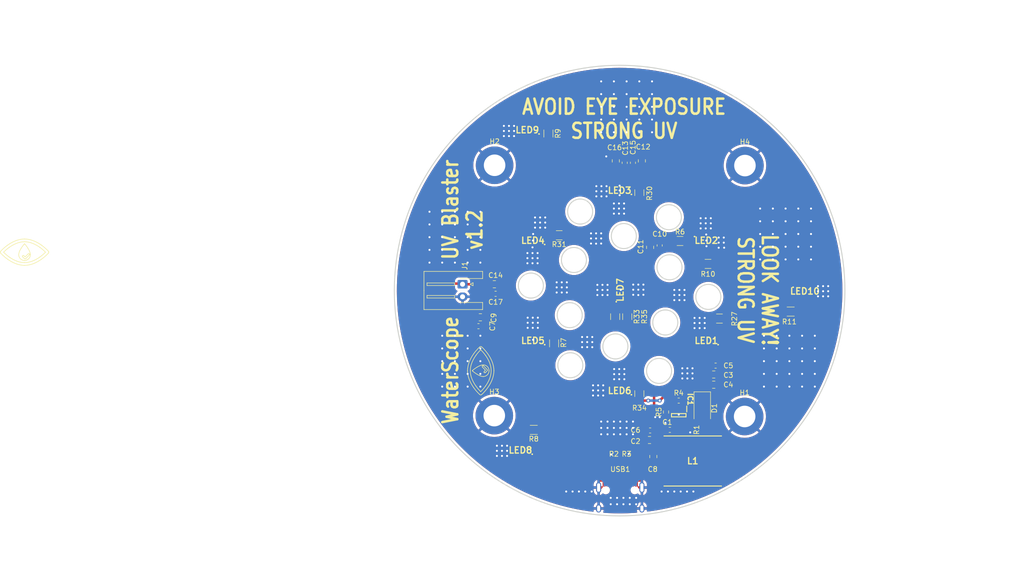
<source format=kicad_pcb>
(kicad_pcb (version 20211014) (generator pcbnew)
  (layers (0 "F.Cu" signal) (31 "B.Cu" signal) (34 "B.Paste" user) (35 "F.Paste" user) (36 "B.SilkS" user "B.Silkscreen") (37 "F.SilkS" user "F.Silkscreen") (38 "B.Mask" user) (39 "F.Mask" user) (44 "Edge.Cuts" user))
  (net 0 "")
  (net 1 "Net-(IC1-Pad6)")
  (net 2 "Net-(IC1-Pad3)")
  (net 3 "Net-(LED3-Pad3)")
  (net 4 "Net-(LED4-Pad3)")
  (net 11 "GND")
  (net 12 "5V")
  (net 13 "Net-(D1-Pad2)")
  (net 14 "Net-(R2-Pad2)")
  (net 15 "Net-(R3-Pad1)")
  (net 19 "Net-(LED7-Pad3)")
  (net 21 "Net-(LED8-Pad3)")
  (net 23 "Net-(LED9-Pad3)")
  (net 25 "Net-(LED10-Pad3)")
  (net 28 "Net-(LED7-Pad1)")
  (net 29 "8V")
  (net 30 "Net-(LED1-Pad3)")
  (net 31 "Net-(LED2-Pad1)")
  (net 32 "Net-(LED2-Pad3)")
  (net 33 "Net-(LED5-Pad3)")
  (net 34 "Net-(LED6-Pad3)")
  (footprint "SamacSys_Parts:SOT95P280X145-6N" (layer "F.Cu") (at 169.291 128.27 -90)
    (fp_text reference "IC1")
    (fp_text value "FP6291" hide)
  )
  (footprint "SamacSys_Parts:F3500041" (layer "F.Cu") (at 174.800552 93.378076)
    (fp_text reference "LED2")
    (fp_text value "F.35.00041" hide)
  )
  (footprint "Capacitor_SMD:C_0603_1608Metric" (layer "F.Cu") (at 167.513 131.191 180)
    (fp_text reference "C1")
    (fp_text value "0.1uF")
  )
  (footprint "Capacitor_SMD:C_0805_2012Metric_Pad1.15x1.40mm_HandSolder" (layer "F.Cu") (at 163.449 133.223 180)
    (fp_text reference "C2")
    (fp_text value "20uF")
  )
  (footprint "Type-C:HRO-TYPE-C-31-M-12-HandSoldering" (layer "F.Cu") (at 157.607 149.492)
    (fp_text reference "USB1")
    (fp_text value "HRO-TYPE-C-31-M-12")
  )
  (footprint "Resistor_SMD:R_0402_1005Metric" (layer "F.Cu") (at 171.577 129.921 -90)
    (fp_text reference "R1")
    (fp_text value "10K")
  )
  (footprint "SamacSys_Parts:INDPM115100X400N" (layer "F.Cu") (at 172.085 137.414)
    (fp_text reference "L1")
    (fp_text value "SMMS1040-3R3M" hide)
  )
  (footprint "Capacitor_SMD:C_0805_2012Metric_Pad1.15x1.40mm_HandSolder" (layer "F.Cu") (at 176.276 120.142)
    (fp_text reference "C3")
    (fp_text value "20uF")
  )
  (footprint "Resistor_SMD:R_0402_1005Metric" (layer "F.Cu") (at 158.877 137.046)
    (fp_text reference "R3")
    (fp_text value "5.1k")
  )
  (footprint "Capacitor_SMD:C_0603_1608Metric" (layer "F.Cu") (at 176.657 118.364)
    (fp_text reference "C5")
    (fp_text value "0.1uF")
  )
  (footprint "Capacitor_SMD:C_0805_2012Metric_Pad1.15x1.40mm_HandSolder" (layer "F.Cu") (at 176.276 122.174)
    (fp_text reference "C4")
    (fp_text value "20uF")
  )
  (footprint "Resistor_SMD:R_0603_1608Metric_Pad0.98x0.95mm_HandSolder" (layer "F.Cu") (at 166.751 127.635 90)
    (fp_text reference "R5")
    (fp_text value "10K")
  )
  (footprint "Resistor_SMD:R_0402_1005Metric" (layer "F.Cu") (at 156.337 137.046)
    (fp_text reference "R2")
    (fp_text value "5.1K")
  )
  (footprint "Diode_SMD:D_SMA" (layer "F.Cu") (at 173.99 127 -90)
    (fp_text reference "D1")
    (fp_text value "D_Schottky")
  )
  (footprint "Resistor_SMD:R_1206_3216Metric" (layer "F.Cu") (at 169.545 93.472)
    (fp_text reference "R6")
    (fp_text value "37.4")
  )
  (footprint "Resistor_SMD:R_1206_3216Metric" (layer "F.Cu") (at 175.133 98.044 180)
    (fp_text reference "R10")
    (fp_text value "100")
  )
  (footprint "Resistor_SMD:R_0603_1608Metric" (layer "F.Cu") (at 169.291 125.349)
    (fp_text reference "R4")
    (fp_text value "180k")
  )
  (footprint "Capacitor_SMD:C_0603_1608Metric" (layer "F.Cu") (at 129.286 110.49)
    (fp_text reference "C7")
    (fp_text value "0.1uF")
  )
  (footprint "Capacitor_SMD:C_0805_2012Metric_Pad1.15x1.40mm_HandSolder" (layer "F.Cu") (at 164.211 136.525 90)
    (fp_text reference "C8")
    (fp_text value "20uF")
  )
  (footprint "Capacitor_SMD:C_0805_2012Metric_Pad1.15x1.40mm_HandSolder" (layer "F.Cu") (at 129.667 108.712)
    (fp_text reference "C9")
    (fp_text value "20uF")
  )
  (footprint "Capacitor_SMD:C_0603_1608Metric" (layer "F.Cu") (at 165.481 94.361 -90)
    (fp_text reference "C10")
    (fp_text value "0.1uF")
  )
  (footprint "Capacitor_SMD:C_0805_2012Metric_Pad1.15x1.40mm_HandSolder" (layer "F.Cu") (at 163.576 94.742 -90)
    (fp_text reference "C11")
    (fp_text value "20uF")
  )
  (footprint "Capacitor_SMD:C_0805_2012Metric_Pad1.15x1.40mm_HandSolder" (layer "F.Cu") (at 161.925 77.47 90)
    (fp_text reference "C12")
    (fp_text value "20uF")
  )
  (footprint "Capacitor_SMD:C_0603_1608Metric" (layer "F.Cu") (at 158.496 77.851 90)
    (fp_text reference "C13")
    (fp_text value "0.1uF")
  )
  (footprint "Capacitor_SMD:C_0805_2012Metric_Pad1.15x1.40mm_HandSolder" (layer "F.Cu") (at 132.461 102.108 180)
    (fp_text reference "C14")
    (fp_text value "20uF")
  )
  (footprint "Capacitor_SMD:C_0603_1608Metric" (layer "F.Cu") (at 160.147 77.851 90)
    (fp_text reference "C15")
    (fp_text value "0.1uF")
  )
  (footprint "Capacitor_SMD:C_0805_2012Metric_Pad1.15x1.40mm_HandSolder" (layer "F.Cu") (at 156.718 77.47 90)
    (fp_text reference "C16")
    (fp_text value "20uF")
  )
  (footprint "Capacitor_SMD:C_0603_1608Metric" (layer "F.Cu") (at 132.715 104.013 180)
    (fp_text reference "C17")
    (fp_text value "0.1uF")
  )
  (footprint "Capacitor_SMD:C_0603_1608Metric" (layer "F.Cu") (at 163.576 131.318 180)
    (fp_text reference "C6")
    (fp_text value "0.1uF")
  )
  (footprint "SamacSys_Parts:F3500041" (layer "F.Cu") (at 174.800465 113.378076 180)
    (fp_text reference "LED1")
    (fp_text value "F.35.00041" hide)
  )
  (footprint "Resistor_SMD:R_1206_3216Metric" (layer "F.Cu") (at 177.419 108.966 180)
    (fp_text reference "R27")
    (fp_text value "100")
  )
  (footprint "MountingHole:MountingHole_4.3mm_M4_DIN965_Pad" (layer "F.Cu") (at 182.449968 128.524)
    (fp_text reference "H1")
    (fp_text value "MountingHole")
  )
  (footprint "MountingHole:MountingHole_4.3mm_M4_DIN965_Pad" (layer "F.Cu") (at 132.510032 78.347968)
    (fp_text reference "H2")
    (fp_text value "MountingHole")
  )
  (footprint "MountingHole:MountingHole_4.3mm_M4_DIN965_Pad" (layer "F.Cu") (at 132.449968 128.347968)
    (fp_text reference "H3")
    (fp_text value "MountingHole")
  )
  (footprint "MountingHole:MountingHole_4.3mm_M4_DIN965_Pad" (layer "F.Cu") (at 182.510032 78.408032)
    (fp_text reference "H4")
    (fp_text value "MountingHole")
  )
  (footprint "SamacSys_Parts:F3500041" (layer "F.Cu") (at 140.159536 93.377924 180)
    (fp_text reference "LED4")
    (fp_text value "F.35.00041" hide)
  )
  (footprint "Resistor_SMD:R_1206_3216Metric" (layer "F.Cu") (at 145.415 92.329 180)
    (fp_text reference "R31")
    (fp_text value "100")
  )
  (footprint "Resistor_SMD:R_1206_3216Metric" (layer "F.Cu") (at 161.417 83.82 90)
    (fp_text reference "R30")
    (fp_text value "100")
  )
  (footprint "SamacSys_Parts:F3500041" (layer "F.Cu") (at 157.480088 83.378 180)
    (fp_text reference "LED3")
    (fp_text value "F.35.00041" hide)
  )
  (footprint "SamacSys_Parts:F3500041" (layer "F.Cu") (at 157.479913 123.378 180)
    (fp_text reference "LED6")
    (fp_text value "F.35.00041" hide)
  )
  (footprint "SamacSys_Parts:F3500041" (layer "F.Cu") (at 157.607 103.251 90)
    (fp_text reference "LED7")
    (fp_text value "F.35.00041" hide)
  )
  (footprint "Resistor_SMD:R_1206_3216Metric" (layer "F.Cu") (at 156.591 108.585 90)
    (fp_text reference "R33")
    (fp_text value "37.4")
  )
  (footprint "Resistor_SMD:R_1206_3216Metric" (layer "F.Cu") (at 161.417 123.952 90)
    (fp_text reference "R34")
    (fp_text value "100")
  )
  (footprint "Resistor_SMD:R_1206_3216Metric" (layer "F.Cu") (at 159.004 108.585 90)
    (fp_text reference "R35")
    (fp_text value "100")
  )
  (footprint "Resistor_SMD:R_1206_3216Metric" (layer "F.Cu") (at 144.399 113.919 90)
    (fp_text reference "R7")
    (fp_text value "100")
  )
  (footprint "SamacSys_Parts:F3500041" (layer "F.Cu") (at 137.668 135.255 180)
    (fp_text reference "LED8")
    (fp_text value "F.35.00041" hide)
  )
  (footprint "Resistor_SMD:R_1206_3216Metric" (layer "F.Cu") (at 191.643 107.569)
    (fp_text reference "R11")
    (fp_text value "100")
  )
  (footprint "Resistor_SMD:R_1206_3216Metric" (layer "F.Cu") (at 143.256 72.009 90)
    (fp_text reference "R9")
    (fp_text value "100")
  )
  (footprint "SamacSys_Parts:F3500041" (layer "F.Cu") (at 140.159448 113.377924 180)
    (fp_text reference "LED5")
    (fp_text value "F.35.00041" hide)
  )
  (footprint "Resistor_SMD:R_1206_3216Metric" (layer "F.Cu") (at 140.335 131.191 180)
    (fp_text reference "R8")
    (fp_text value "100")
  )
  (footprint "Connector_JST:JST_XH_S2B-XH-A-1_1x02_P2.50mm_Horizontal" (layer "F.Cu") (at 126.111 102.108 -90)
    (fp_text reference "J1")
    (fp_text value "Conn_01x02_Male")
  )
  (footprint "SamacSys_Parts:F3500041" (layer "F.Cu") (at 194.48 103.505)
    (fp_text reference "LED10")
    (fp_text value "F.35.00041" hide)
  )
  (footprint "SamacSys_Parts:F3500041" (layer "F.Cu") (at 139.034282 71.303645 180)
    (fp_text reference "LED9")
    (fp_text value "F.35.00041" hide)
  )
  (gr_curve (pts (xy 42.817859 95.707218) (xy 42.607463 95.921848) (xy 42.21027 96.299144) (xy 41.686077 96.672206)) (layer "F.SilkS") (width 0.125))
  (gr_curve (pts (xy 132.37337 119.38) (xy 132.37337 118.29161) (xy 131.947709 117.120141) (xy 131.142317 115.992486)) (layer "F.SilkS") (width 0.125))
  (gr_line (start 38.76349 96.626201) (end 39.348431 96.041154) (layer "F.SilkS") (width 0.125))
  (gr_curve (pts (xy 39.348431 96.041154) (xy 39.412989 95.976596) (xy 39.51787 95.976596) (xy 39.582428 96.041154)) (layer "F.SilkS") (width 0.125))
  (gr_curve (pts (xy 38.627356 94.044396) (xy 38.59857 94.044396) (xy 38.571477 94.057308) (xy 38.553379 94.079533)) (layer "F.SilkS") (width 0.125))
  (gr_curve (pts (xy 33.854623 95.886394) (xy 33.876319 95.911476) (xy 34.396701 96.507953) (xy 35.239664 97.109933)) (layer "F.SilkS") (width 0.125))
  (gr_curve (pts (xy 131.142317 115.992486) (xy 130.540337 115.149418) (xy 129.94386 114.629036) (xy 129.918778 114.607341)) (layer "F.SilkS") (width 0.125))
  (gr_curve (pts (xy 35.239664 97.109933) (xy 36.367423 97.915325) (xy 37.538892 98.340986) (xy 38.627388 98.340986)) (layer "F.SilkS") (width 0.125))
  (gr_curve (pts (xy 128.774614 122.438689) (xy 128.263015 121.719869) (xy 127.653204 120.605655) (xy 127.653204 119.38)) (layer "F.SilkS") (width 0.125))
  (gr_curve (pts (xy 130.236945 120.545362) (xy 130.879565 120.545362) (xy 131.402381 120.022651) (xy 131.402381 119.380032)) (layer "F.SilkS") (width 0.125))
  (gr_line (start 130.442473 119.519065) (end 130.658585 119.303059) (layer "F.SilkS") (width 0.125))
  (gr_curve (pts (xy 129.739602 115.189529) (xy 129.954232 115.399925) (xy 130.331528 115.797118) (xy 130.70459 116.321311)) (layer "F.SilkS") (width 0.125))
  (gr_curve (pts (xy 130.67647 119.753062) (xy 130.611912 119.817726) (xy 130.507137 119.817726) (xy 130.442473 119.753062)) (layer "F.SilkS") (width 0.125))
  (gr_line (start 131.039161 119.390477) (end 130.67647 119.753062) (layer "F.SilkS") (width 0.125))
  (gr_line (start 130.658585 119.243898) (end 130.073538 118.658957) (layer "F.SilkS") (width 0.125))
  (gr_curve (pts (xy 41.686077 96.672206) (xy 40.967257 97.183805) (xy 39.852938 97.793616) (xy 38.627388 97.793616)) (layer "F.SilkS") (width 0.125))
  (gr_curve (pts (xy 39.6309 96.1581) (xy 39.6309 96.202021) (xy 39.613437 96.244142) (xy 39.582428 96.275151)) (layer "F.SilkS") (width 0.125))
  (gr_curve (pts (xy 128.774614 116.321311) (xy 129.147676 115.797012) (xy 129.525078 115.39982) (xy 129.739602 115.189529)) (layer "F.SilkS") (width 0.125))
  (gr_curve (pts (xy 130.190484 118.376488) (xy 130.234405 118.376488) (xy 130.276526 118.393951) (xy 130.307535 118.42496)) (layer "F.SilkS") (width 0.125))
  (gr_curve (pts (xy 129.560426 114.607341) (xy 129.535238 114.629036) (xy 128.938761 115.149418) (xy 128.336781 115.992487)) (layer "F.SilkS") (width 0.125))
  (gr_curve (pts (xy 128.07678 119.380032) (xy 128.07678 119.408818) (xy 128.089692 119.435911) (xy 128.111917 119.454009)) (layer "F.SilkS") (width 0.125))
  (gr_curve (pts (xy 130.073538 118.42496) (xy 130.104547 118.393951) (xy 130.146669 118.376488) (xy 130.190484 118.376488)) (layer "F.SilkS") (width 0.125))
  (gr_curve (pts (xy 128.111917 119.306054) (xy 128.089692 119.324152) (xy 128.07678 119.351351) (xy 128.07678 119.380032)) (layer "F.SilkS") (width 0.125))
  (gr_curve (pts (xy 42.014901 94.304397) (xy 40.887247 93.499111) (xy 39.715778 93.073344) (xy 38.627388 93.073344)) (layer "F.SilkS") (width 0.125))
  (gr_curve (pts (xy 41.686077 94.74223) (xy 42.210376 95.115292) (xy 42.607568 95.492694) (xy 42.817859 95.707218)) (layer "F.SilkS") (width 0.125))
  (gr_curve (pts (xy 127.105728 119.38) (xy 127.105728 120.468495) (xy 127.531495 121.639859) (xy 128.336781 122.767724)) (layer "F.SilkS") (width 0.125))
  (gr_curve (pts (xy 38.627388 93.62082) (xy 39.852938 93.62082) (xy 40.967257 94.230631) (xy 41.686077 94.74223)) (layer "F.SilkS") (width 0.125))
  (gr_curve (pts (xy 130.658585 119.303059) (xy 130.674883 119.286761) (xy 130.674883 119.260302) (xy 130.658585 119.243898)) (layer "F.SilkS") (width 0.125))
  (gr_curve (pts (xy 129.739602 123.570682) (xy 129.524972 123.36018) (xy 129.147676 122.962987) (xy 128.774614 122.438689)) (layer "F.SilkS") (width 0.125))
  (gr_curve (pts (xy 131.142317 122.767724) (xy 131.947709 121.639965) (xy 132.37337 120.468496) (xy 132.37337 119.38)) (layer "F.SilkS") (width 0.125))
  (gr_curve (pts (xy 38.627388 93.073344) (xy 37.538893 93.073344) (xy 36.367529 93.499111) (xy 35.239664 94.304397)) (layer "F.SilkS") (width 0.125))
  (gr_curve (pts (xy 34.436706 95.707218) (xy 34.647208 95.492588) (xy 35.044401 95.115292) (xy 35.568699 94.74223)) (layer "F.SilkS") (width 0.125))
  (gr_curve (pts (xy 128.336781 115.992487) (xy 127.531495 117.120141) (xy 127.105728 118.29161) (xy 127.105728 119.38)) (layer "F.SilkS") (width 0.125))
  (gr_curve (pts (xy 38.254326 96.644086) (xy 38.189662 96.579528) (xy 38.189662 96.474753) (xy 38.254326 96.410089)) (layer "F.SilkS") (width 0.125))
  (gr_curve (pts (xy 128.336781 122.767724) (xy 128.938761 123.610793) (xy 129.535238 124.131069) (xy 129.560426 124.152765)) (layer "F.SilkS") (width 0.125))
  (gr_curve (pts (xy 38.704329 96.626201) (xy 38.720627 96.642499) (xy 38.747086 96.642499) (xy 38.76349 96.626201)) (layer "F.SilkS") (width 0.125))
  (gr_curve (pts (xy 129.560426 124.152765) (xy 129.66319 124.241877) (xy 129.815908 124.241877) (xy 129.918778 124.152765)) (layer "F.SilkS") (width 0.125))
  (gr_curve (pts (xy 39.792687 96.204561) (xy 39.792687 95.888119) (xy 39.638594 95.473252) (xy 39.334746 94.971708)) (layer "F.SilkS") (width 0.125))
  (gr_curve (pts (xy 38.627356 97.369997) (xy 39.269976 97.369997) (xy 39.792687 96.84718) (xy 39.792687 96.204561)) (layer "F.SilkS") (width 0.125))
  (gr_curve (pts (xy 43.400047 95.886394) (xy 43.489159 95.783524) (xy 43.489159 95.630806) (xy 43.400047 95.528042)) (layer "F.SilkS") (width 0.125))
  (gr_line (start 38.488323 96.410089) (end 38.704329 96.626201) (layer "F.SilkS") (width 0.125))
  (gr_curve (pts (xy 130.442473 119.753062) (xy 130.377809 119.688504) (xy 130.377809 119.583623) (xy 130.442473 119.519065)) (layer "F.SilkS") (width 0.125))
  (gr_curve (pts (xy 35.568699 94.74223) (xy 36.287519 94.230631) (xy 37.401733 93.62082) (xy 38.627388 93.62082)) (layer "F.SilkS") (width 0.125))
  (gr_line (start 39.582428 96.275151) (end 38.850908 97.006777) (layer "F.SilkS") (width 0.125))
  (gr_line (start 130.307535 118.42496) (end 131.039161 119.15648) (layer "F.SilkS") (width 0.125))
  (gr_curve (pts (xy 38.850908 97.006777) (xy 38.78635 97.07123) (xy 38.681363 97.07123) (xy 38.616911 97.006777)) (layer "F.SilkS") (width 0.125))
  (gr_curve (pts (xy 38.627388 98.340986) (xy 39.715778 98.340986) (xy 40.887247 97.915325) (xy 42.014902 97.109933)) (layer "F.SilkS") (width 0.125))
  (gr_curve (pts (xy 35.239664 94.304397) (xy 34.396595 94.906377) (xy 33.876319 95.502854) (xy 33.854623 95.528042)) (layer "F.SilkS") (width 0.125))
  (gr_curve (pts (xy 129.004092 118.672642) (xy 128.614943 118.908438) (xy 128.278075 119.170799) (xy 128.111917 119.306054)) (layer "F.SilkS") (width 0.125))
  (gr_curve (pts (xy 131.402381 119.380032) (xy 131.402381 118.737412) (xy 130.879564 118.214701) (xy 130.236945 118.214701)) (layer "F.SilkS") (width 0.125))
  (gr_curve (pts (xy 43.400047 95.528042) (xy 43.378352 95.502854) (xy 42.85797 94.906377) (xy 42.014901 94.304397)) (layer "F.SilkS") (width 0.125))
  (gr_curve (pts (xy 130.073538 118.658957) (xy 130.00898 118.594399) (xy 130.00898 118.489518) (xy 130.073538 118.42496)) (layer "F.SilkS") (width 0.125))
  (gr_curve (pts (xy 131.826 119.38) (xy 131.826 120.605656) (xy 131.216189 121.719869) (xy 130.70459 122.438689)) (layer "F.SilkS") (width 0.125))
  (gr_curve (pts (xy 38.627388 97.793616) (xy 37.401732 97.793616) (xy 36.287519 97.183805) (xy 35.568699 96.672206)) (layer "F.SilkS") (width 0.125))
  (gr_curve (pts (xy 128.111917 119.454009) (xy 128.278181 119.58937) (xy 128.615049 119.851731) (xy 129.004304 120.087527)) (layer "F.SilkS") (width 0.125))
  (gr_curve (pts (xy 38.254326 96.410089) (xy 38.318884 96.345425) (xy 38.423765 96.345425) (xy 38.488323 96.410089)) (layer "F.SilkS") (width 0.125))
  (gr_curve (pts (xy 130.70459 122.438689) (xy 130.331422 122.963093) (xy 129.954126 123.36018) (xy 129.739602 123.570682)) (layer "F.SilkS") (width 0.125))
  (gr_curve (pts (xy 130.70459 116.321311) (xy 131.216189 117.040131) (xy 131.826 118.15445) (xy 131.826 119.38)) (layer "F.SilkS") (width 0.125))
  (gr_curve (pts (xy 129.918778 114.607341) (xy 129.815908 114.518229) (xy 129.66319 114.518229) (xy 129.560426 114.607341)) (layer "F.SilkS") (width 0.125))
  (gr_curve (pts (xy 35.568699 96.672206) (xy 35.044295 96.299038) (xy 34.647208 95.921742) (xy 34.436706 95.707218)) (layer "F.SilkS") (width 0.125))
  (gr_curve (pts (xy 129.004304 120.087527) (xy 129.505954 120.391375) (xy 129.920715 120.545362) (xy 130.236945 120.545362)) (layer "F.SilkS") (width 0.125))
  (gr_curve (pts (xy 131.039161 119.15648) (xy 131.103614 119.221038) (xy 131.103614 119.326025) (xy 131.039161 119.390477)) (layer "F.SilkS") (width 0.125))
  (gr_curve (pts (xy 39.582428 96.041154) (xy 39.613437 96.072163) (xy 39.6309 96.114285) (xy 39.6309 96.1581)) (layer "F.SilkS") (width 0.125))
  (gr_curve (pts (xy 37.462026 96.204561) (xy 37.462026 96.847181) (xy 37.984737 97.369997) (xy 38.627356 97.369997)) (layer "F.SilkS") (width 0.125))
  (gr_curve (pts (xy 129.918778 124.152765) (xy 129.94386 124.131069) (xy 130.540337 123.610687) (xy 131.142317 122.767724)) (layer "F.SilkS") (width 0.125))
  (gr_curve (pts (xy 42.014902 97.109933) (xy 42.85797 96.507953) (xy 43.378352 95.911476) (xy 43.400047 95.886394)) (layer "F.SilkS") (width 0.125))
  (gr_curve (pts (xy 33.854623 95.528042) (xy 33.765511 95.630806) (xy 33.765511 95.783524) (xy 33.854623 95.886394)) (layer "F.SilkS") (width 0.125))
  (gr_curve (pts (xy 37.919861 94.97192) (xy 37.616013 95.47357) (xy 37.462026 95.888331) (xy 37.462026 96.204561)) (layer "F.SilkS") (width 0.125))
  (gr_curve (pts (xy 127.653204 119.38) (xy 127.653204 118.15445) (xy 128.263015 117.040131) (xy 128.774614 116.321311)) (layer "F.SilkS") (width 0.125))
  (gr_curve (pts (xy 38.553379 94.079533) (xy 38.418018 94.245797) (xy 38.155657 94.582665) (xy 37.919861 94.97192)) (layer "F.SilkS") (width 0.125))
  (gr_curve (pts (xy 38.701334 94.079533) (xy 38.683236 94.057308) (xy 38.656037 94.044396) (xy 38.627356 94.044396)) (layer "F.SilkS") (width 0.125))
  (gr_curve (pts (xy 130.236945 118.214701) (xy 129.920503 118.214701) (xy 129.505636 118.368794) (xy 129.004092 118.672642)) (layer "F.SilkS") (width 0.125))
  (gr_line (start 38.616911 97.006777) (end 38.254326 96.644086) (layer "F.SilkS") (width 0.125))
  (gr_curve (pts (xy 39.334746 94.971708) (xy 39.09895 94.582559) (xy 38.836589 94.245691) (xy 38.701334 94.079533)) (layer "F.SilkS") (width 0.125))
  (gr_circle (center 156.638581 114.525901) (end 159.138581 114.525901) (layer "Edge.Cuts") (width 0.2) (fill none))
  (gr_circle (center 147.51491 108.28676) (end 150.01491 108.28676) (layer "Edge.Cuts") (width 0.2) (fill none))
  (gr_circle (center 167.445089 98.723239) (end 169.945089 98.723239) (layer "Edge.Cuts") (width 0.2) (fill none))
  (gr_circle (center 166.603671 109.74414) (end 169.103671 109.74414) (layer "Edge.Cuts") (width 0.2) (fill none))
  (gr_circle (center 167.321418 88.72173) (end 169.821418 88.72173) (layer "Edge.Cuts") (width 0.2) (fill none))
  (gr_circle (center 175.203396 104.636283) (end 177.703396 104.636283) (layer "Edge.Cuts") (width 0.2) (fill none))
  (gr_circle (center 149.598022 87.590446) (end 152.098022 87.590446) (layer "Edge.Cuts") (width 0.2) (fill none))
  (gr_circle (center 139.756603 102.373716) (end 142.256603 102.373716) (layer "Edge.Cuts") (width 0.2) (fill none))
  (gr_circle (center 157.48 103.378) (end 202.48 103.378) (layer "Edge.Cuts") (width 0.2) (fill none))
  (gr_circle (center 147.638581 118.288269) (end 150.138581 118.288269) (layer "Edge.Cuts") (width 0.2) (fill none))
  (gr_circle (center 165.361977 119.419553) (end 167.861977 119.419553) (layer "Edge.Cuts") (width 0.2) (fill none))
  (gr_circle (center 148.356328 97.265859) (end 150.856328 97.265859) (layer "Edge.Cuts") (width 0.2) (fill none))
  (gr_circle (center 158.321418 92.484098) (end 160.821418 92.484098) (layer "Edge.Cuts") (width 0.2) (fill none))
  (gr_text "LOOK AWAY!\nSTRONG UV" (at 185.039 103.251 270) (layer "F.SilkS") (effects (font (size 3 2.5) (thickness 0.5))))
  (gr_text "AVOID EYE EXPOSURE\nSTRONG UV" (at 158.369 69.088) (layer "F.SilkS") (effects (font (size 3 2.5) (thickness 0.5))))
  (gr_text "WaterScope      UV Blaster\n             v1.2" (at 126.111 103.632 90) (layer "F.SilkS") (effects (font (size 3 2.5) (thickness 0.5))))
  (segment (start 171.577 129.517) (end 170.244 129.517) (width 0.25) (layer "F.Cu") (net 1))
  (segment (start 168.0435 126.7225) (end 168.341 127.02) (width 0.25) (layer "F.Cu") (net 2))
  (segment (start 168.341 127.02) (end 168.341 125.5115) (width 0.25) (layer "F.Cu") (net 2))
  (segment (start 166.751 126.7225) (end 168.0435 126.7225) (width 0.25) (layer "F.Cu") (net 2))
  (segment (start 161.29 82.42) (end 158.873088 82.42) (width 0.5) (layer "F.Cu") (net 3))
  (segment (start 158.873088 82.42) (end 158.765088 82.528) (width 0.5) (layer "F.Cu") (net 3))
  (segment (start 141.64346 92.329) (end 141.444536 92.527924) (width 0.5) (layer "F.Cu") (net 4))
  (segment (start 144.015 92.329) (end 141.64346 92.329) (width 0.5) (layer "F.Cu") (net 4))
  (segment (start 166.751 129.667) (end 166.624 129.794) (width 0.25) (layer "F.Cu") (net 11))
  (segment (start 155.852 136.1416) (end 155.829 136.1186) (width 0.25) (layer "F.Cu") (net 11))
  (segment (start 155.852 137.046) (end 155.852 136.1416) (width 0.25) (layer "F.Cu") (net 11))
  (segment (start 167.155 128.27) (end 169.118 128.27) (width 0.25) (layer "F.Cu") (net 11))
  (segment (start 169.118 128.27) (end 169.268 128.12) (width 0.25) (layer "F.Cu") (net 11))
  (segment (start 169.291 127.02) (end 169.291 128.143) (width 0.5) (layer "F.Cu") (net 11))
  (segment (start 171.577 130.406) (end 171.577 131.699) (width 0.5) (layer "F.Cu") (net 11))
  (segment (start 156.718 76.445) (end 154.949 76.445) (width 0.5) (layer "F.Cu") (net 11))
  (segment (start 166.751 128.5475) (end 166.751 129.667) (width 0.25) (layer "F.Cu") (net 11))
  (segment (start 166.8775 128.5475) (end 167.155 128.27) (width 0.25) (layer "F.Cu") (net 11))
  (segment (start 154.949 76.445) (end 154.813 76.581) (width 0.5) (layer "F.Cu") (net 11))
  (segment (start 169.268 128.12) (end 169.291 128.143) (width 0.5) (layer "F.Cu") (net 11))
  (via (at 162.2298 104.2162) (size 0.8) (drill 0.4) (layers "F.Cu" "B.Cu") (net 11))
  (via (at 129.667 90.17) (size 0.8) (drill 0.4) (layers "F.Cu" "B.Cu") (net 11))
  (via (at 170.434 104.267) (size 0.8) (drill 0.4) (layers "F.Cu" "B.Cu") (net 11))
  (via (at 136.398 72.517) (size 0.8) (drill 0.4) (layers "F.Cu" "B.Cu") (net 11))
  (via (at 155.067 132.08) (size 0.8) (drill 0.4) (layers "F.Cu" "B.Cu") (net 11))
  (via (at 140.081 94.742) (size 0.8) (drill 0.4) (layers "F.Cu" "B.Cu") (net 11))
  (via (at 195.707 94.615) (size 0.8) (drill 0.4) (layers "F.Cu" "B.Cu") (net 11))
  (via (at 153.797 69.215) (size 0.8) (drill 0.4) (layers "F.Cu" "B.Cu") (net 11))
  (via (at 153.1874 123.317) (size 0.8) (drill 0.4) (layers "F.Cu" "B.Cu") (net 11))
  (via (at 160.147 129.54) (size 0.8) (drill 0.4) (layers "F.Cu" "B.Cu") (net 11))
  (via (at 168.402 105.283) (size 0.8) (drill 0.4) (layers "F.Cu" "B.Cu") (net 11))
  (via (at 127.127 92.71) (size 0.8) (drill 0.4) (layers "F.Cu" "B.Cu") (net 11))
  (via (at 157.607 129.54) (size 0.8) (drill 0.4) (layers "F.Cu" "B.Cu") (net 11))
  (via (at 161.417 61.595) (size 0.8) (drill 0.4) (layers "F.Cu" "B.Cu") (net 11))
  (via (at 156.3878 120.0658) (size 0.8) (drill 0.4) (layers "F.Cu" "B.Cu") (net 11))
  (via (at 166.624 129.794) (size 0.8) (drill 0.4) (layers "F.Cu" "B.Cu") (net 11))
  (via (at 154.8638 83.5406) (size 0.8) (drill 0.4) (layers "F.Cu" "B.Cu") (net 11))
  (via (at 122.047 114.935) (size 0.8) (drill 0.4) (layers "F.Cu" "B.Cu") (net 11))
  (via (at 155.067 102.235) (size 0.8) (drill 0.4) (layers "F.Cu" "B.Cu") (net 11))
  (via (at 152.781 92.964) (size 0.8) (drill 0.4) (layers "F.Cu" "B.Cu") (net 11))
  (via (at 188.087 89.535) (size 0.8) (drill 0.4) (layers "F.Cu" "B.Cu") (net 11))
  (via (at 122.047 120.015) (size 0.8) (drill 0.4) (layers "F.Cu" "B.Cu") (net 11))
  (via (at 139.065 97.917) (size 0.8) (drill 0.4) (layers "F.Cu" "B.Cu") (net 11))
  (via (at 163.957 66.675) (size 0.8) (drill 0.4) (layers "F.Cu" "B.Cu") (net 11))
  (via (at 154.813 76.581) (size 0.8) (drill 0.4) (layers "F.Cu" "B.Cu") (net 11))
  (via (at 188.087 92.075) (size 0.8) (drill 0.4) (layers "F.Cu" "B.Cu") (net 11))
  (via (at 122.047 95.25) (size 0.8) (drill 0.4) (layers "F.Cu" "B.Cu") (net 11))
  (via (at 185.547 92.075) (size 0.8) (drill 0.4) (layers "F.Cu" "B.Cu") (net 11))
  (via (at 190.627 86.995) (size 0.8) (drill 0.4) (layers "F.Cu" "B.Cu") (net 11))
  (via (at 188.849 117.475) (size 0.8) (drill 0.4) (layers "F.Cu" "B.Cu") (net 11))
  (via (at 193.929 112.395) (size 0.8) (drill 0.4) (layers "F.Cu" "B.Cu") (net 11))
  (via (at 155.067 103.251) (size 0.8) (drill 0.4) (layers "F.Cu" "B.Cu") (net 11))
  (via (at 145.923 102.743) (size 0.8) (drill 0.4) (layers "F.Cu" "B.Cu") (net 11))
  (via (at 132.969 134.366) (size 0.8) (drill 0.4) (layers "F.Cu" "B.Cu") (net 11))
  (via (at 152.8318 82.5246) (size 0.8) (drill 0.4) (layers "F.Cu" "B.Cu") (net 11))
  (via (at 158.877 69.215) (size 0.8) (drill 0.4) (layers "F.Cu" "B.Cu") (net 11))
  (via (at 152.019 114.681) (size 0.8) (drill 0.4) (layers "F.Cu" "B.Cu") (net 11))
  (via (at 197.104 103.505) (size 0.8) (drill 0.4) (layers "F.Cu" "B.Cu") (net 11))
  (via (at 151.765 93.98) (size 0.8) (drill 0.4) (layers "F.Cu" "B.Cu") (net 11))
  (via (at 191.389 114.935) (size 0.8) (drill 0.4) (layers "F.Cu" "B.Cu") (net 11))
  (via (at 140.589 88.773) (size 0.8) (drill 0.4) (layers "F.Cu" "B.Cu") (net 11))
  (via (at 156.337 86.995) (size 0.8) (drill 0.4) (layers "F.Cu" "B.Cu") (net 11))
  (via (at 141.1478 109.8042) (size 0.8) (drill 0.4) (layers "F.Cu" "B.Cu") (net 11))
  (via (at 196.469 112.395) (size 0.8) (drill 0.4) (layers "F.Cu" "B.Cu") (net 11))
  (via (at 154.8638 84.5566) (size 0.8) (drill 0.4) (layers "F.Cu" "B.Cu") (net 11))
  (via (at 188.849 122.555) (size 0.8) (drill 0.4) (layers "F.Cu" "B.Cu") (net 11))
  (via (at 140.081 96.901) (size 0.8) (drill 0.4) (layers "F.Cu" "B.Cu") (net 11))
  (via (at 170.0022 118.8974) (size 0.8) (drill 0.4) (layers "F.Cu" "B.Cu") (net 11))
  (via (at 135.001 136.398) (size 0.8) (drill 0.4) (layers "F.Cu" "B.Cu") (net 11))
  (via (at 177.2666 93.8022) (size 0.8) (drill 0.4) (layers "F.Cu" "B.Cu") (net 11))
  (via (at 152.781 91.948) (size 0.8) (drill 0.4) (layers "F.Cu" "B.Cu") (net 11))
  (via (at 122.047 87.63) (size 0.8) (drill 0.4) (layers "F.Cu" "B.Cu") (net 11))
  (via (at 153.797 64.135) (size 0.8) (drill 0.4) (layers "F.Cu" "B.Cu") (net 11))
  (via (at 170.0022 119.9134) (size 0.8) (drill 0.4) (layers "F.Cu" "B.Cu") (net 11))
  (via (at 153.1874 124.333) (size 0.8) (drill 0.4) (layers "F.Cu" "B.Cu") (net 11))
  (via (at 190.627 89.535) (size 0.8) (drill 0.4) (layers "F.Cu" "B.Cu") (net 11))
  (via (at 140.208 92.075) (size 0.8) (drill 0.4) (layers "F.Cu" "B.Cu") (net 11))
  (via (at 170.434 105.283) (size 0.8) (drill 0.4) (layers "F.Cu" "B.Cu") (net 11))
  (via (at 153.035 104.267) (size 0.8) (drill 0.4) (layers "F.Cu" "B.Cu") (net 11))
  (via (at 196.469 122.555) (size 0.8) (drill 0.4) (layers "F.Cu" "B.Cu") (net 11))
  (via (at 168.402 104.267) (size 0.8) (drill 0.4) (layers "F.Cu" "B.Cu") (net 11))
  (via (at 154.051 103.251) (size 0.8) (drill 0.4) (layers "F.Cu" "B.Cu") (net 11))
  (via (at 155.829 136.1186) (size 0.8) (drill 0.4) (layers "F.Cu" "B.Cu") (net 11))
  (via (at 168.402 103.251) (size 0.8) (drill 0.4) (layers "F.Cu" "B.Cu") (net 11))
  (via (at 142.621 89.789) (size 0.8) (drill 0.4) (layers "F.Cu" "B.Cu") (net 11))
  (via (at 129.667 122.555) (size 0.8) (drill 0.4) (layers "F.Cu" "B.Cu") (net 11))
  (via (at 169.291 128.143) (size 0.8) (drill 0.4) (layers "F.Cu" "B.Cu") (net 11))
  (via (at 157.4038 121.071094) (size 0.8) (drill 0.4) (layers "F.Cu" "B.Cu") (net 11))
  (via (at 158.4198 119.0498) (size 0.8) (drill 0.4) (layers "F.Cu" "B.Cu") (net 11))
  (via (at 122.047 97.79) (size 0.8) (drill 0.4) (layers "F.Cu" "B.Cu") (net 11))
  (via (at 151.003 112.649) (size 0.8) (drill 0.4) (layers "F.Cu" "B.Cu") (net 11))
  (via (at 140.1318 109.8042) (size 0.8) (drill 0.4) (layers "F.Cu" "B.Cu") (net 11))
  (via (at 122.047 122.555) (size 0.8) (drill 0.4) (layers "F.Cu" "B.Cu") (net 11))
  (via (at 140.081 95.885) (size 0.8) (drill 0.4) (layers "F.Cu" "B.Cu") (net 11))
  (via (at 173.6598 90.9574) (size 0.8) (drill 0.4) (layers "F.Cu" "B.Cu") (net 11))
  (via (at 175.6918 88.9254) (size 0.8) (drill 0.4) (layers "F.Cu" "B.Cu") (net 11))
  (via (at 198.12 102.489) (size 0.8) (drill 0.4) (layers "F.Cu" "B.Cu") (net 11))
  (via (at 140.589 89.789) (size 0.8) (drill 0.4) (layers "F.Cu" "B.Cu") (net 11))
  (via (at 163.957 69.215) (size 0.8) (drill 0.4) (layers "F.Cu" "B.Cu") (net 11))
  (via (at 196.469 117.475) (size 0.8) (drill 0.4) (layers "F.Cu" "B.Cu") (net 11))
  (via (at 129.667 92.71) (size 0.8) (drill 0.4) (layers "F.Cu" "B.Cu") (net 11))
  (via (at 156.337 61.595) (size 0.8) (drill 0.4) (layers "F.Cu" "B.Cu") (net 11))
  (via (at 158.877 61.595) (size 0.8) (drill 0.4) (layers "F.Cu" "B.Cu") (net 11))
  (via (at 161.2138 104.267) (size 0.8) (drill 0.4) (layers "F.Cu" "B.Cu") (net 11))
  (via (at 149.987 114.681) (size 0.8) (drill 0.4) (layers "F.Cu" "B.Cu") (net 11))
  (via (at 160.147 132.08) (size 0.8) (drill 0.4) (layers "F.Cu" "B.Cu") (net 11))
  (via (at 161.417 64.135) (size 0.8) (drill 0.4) (layers "F.Cu" "B.Cu") (net 11))
  (via (at 158.877 71.755) (size 0.8) (drill 0.4) (layers "F.Cu" "B.Cu") (net 11))
  (via (at 188.087 94.615) (size 0.8) (drill 0.4) (layers "F.Cu" "B.Cu") (net 11))
  (via (at 133.985 135.382) (size 0.8) (drill 0.4) (layers "F.Cu" "B.Cu") (net 11))
  (via (at 158.369 86.995) (size 0.8) (drill 0.4) (layers "F.Cu" "B.Cu") (net 11))
  (via (at 127.127 120.015) (size 0.8) (drill 0.4) (layers "F.Cu" "B.Cu") (net 11))
  (via (at 188.849 112.395) (size 0.8) (drill 0.4) (layers "F.Cu" "B.Cu") (net 11))
  (via (at 162.2298 102.1842) (size 0.8) (drill 0.4) (layers "F.Cu" "B.Cu") (net 11))
  (via (at 172.212 143.51) (size 0.8) (drill 0.4) (layers "F.Cu" "B.Cu") (net 11))
  (via (at 135.001 135.382) (size 0.8) (drill 0.4) (layers "F.Cu" "B.Cu") (net 11))
  (via (at 175.6918 90.9574) (size 0.8) (drill 0.4) (layers "F.Cu" "B.Cu") (net 11))
  (via (at 155.702 144.78) (size 0.8) (drill 0.4) (layers "F.Cu" "B.Cu") (net 11))
  (via (at 157.480088 83.378) (size 0.8) (drill 0.4) (layers "F.Cu" "B.Cu") (net 11))
  (via (at 172.4406 109.855) (size 0.8) (drill 0.4) (layers "F.Cu" "B.Cu") (net 11))
  (via (at 171.0182 118.8974) (size 0.8) (drill 0.4) (layers "F.Cu" "B.Cu") (net 11))
  (via (at 165.862 143.51) (size 0.8) (drill 0.4) (layers "F.Cu" "B.Cu") (net 11))
  (via (at 127.127 112.395) (size 0.8) (drill 0.4) (layers "F.Cu" "B.Cu") (net 11))
  (via (at 191.389 112.395) (size 0.8) (drill 0.4) (layers "F.Cu" "B.Cu") (net 11))
  (via (at 153.797 130.81) (size 0.8) (drill 0.4) (layers "F.Cu" "B.Cu") (net 11))
  (via (at 186.309 114.935) (size 0.8) (drill 0.4) (layers "F.Cu" "B.Cu") (net 11))
  (via (at 134.366 71.501) (size 0.8) (drill 0.4) (layers "F.Cu" "B.Cu") (net 11))
  (via (at 195.707 89.535) (size 0.8) (drill 0.4) (layers "F.Cu" "B.Cu") (net 11))
  (via (at 158.4198 121.0818) (size 0.8) (drill 0.4) (layers "F.Cu" "B.Cu") (net 11))
  (via (at 158.369 85.979) (size 0.8) (drill 0.4) (layers "F.Cu" "B.Cu") (net 11))
  (via (at 160.1978 102.1842) (size 0.8) (drill 0.4) (layers "F.Cu" "B.Cu") (net 11))
  (via (at 146.939 101.727) (size 0.8) (drill 0.4) (layers "F.Cu" "B.Cu") (net 11))
  (via (at 129.667 117.475) (size 0.8) (drill 0.4) (layers "F.Cu" "B.Cu") (net 11))
  (via (at 156.337 88.011) (size 0.8) (drill 0.4) (layers "F.Cu" "B.Cu") (net 11))
  (via (at 158.242 144.78) (size 0.8) (drill 0.4) (layers "F.Cu" "B.Cu") (net 11))
  (via (at 193.929 122.555) (size 0.8) (drill 0.4) (layers "F.Cu" "B.Cu") (net 11))
  (via (at 160.147 130.81) (size 0.8) (drill 0.4) (layers "F.Cu" "B.Cu") (net 11))
  (via (at 144.907 101.727) (size 0.8) (drill 0.4) (layers "F.Cu" "B.Cu") (net 11))
  (via (at 151.003 113.665) (size 0.8) (drill 0.4) (layers "F.Cu" "B.Cu") (net 11))
  (via (at 188.849 114.935) (size 0.8) (drill 0.4) (layers "F.Cu" "B.Cu") (net 11))
  (via (at 139.1158 108.7882) (size 0.8) (drill 0.4) (layers "F.Cu" "B.Cu") (net 11))
  (via (at 193.167 92.075) (size 0.8) (drill 0.4) (layers "F.Cu" "B.Cu") (net 11))
  (via (at 150.622 143.51) (size 0.8) (drill 0.4) (layers "F.Cu" "B.Cu") (net 11))
  (via (at 163.957 71.755) (size 0.8) (drill 0.4) (layers "F.Cu" "B.Cu") (net 11))
  (via (at 190.627 92.075) (size 0.8) (drill 0.4) (layers "F.Cu" "B.Cu") (net 11))
  (via (at 195.707 86.995) (size 0.8) (drill 0.4) (layers "F.Cu" "B.Cu") (net 11))
  (via (at 127.127 122.555) (size 0.8) (drill 0.4) (layers "F.Cu" "B.Cu") (net 11))
  (via (at 153.797 91.948) (size 0.8) (drill 0.4) (layers "F.Cu" "B.Cu") (net 11))
  (via (at 157.7086 103.251) (size 0.8) (drill 0.4) (layers "F.Cu" "B.Cu") (net 11))
  (via (at 196.469 120.015) (size 0.8) (drill 0.4) (layers "F.Cu" "B.Cu") (net 11))
  (via (at 140.1318 110.8202) (size 0.8) (drill 0.4) (layers "F.Cu" "B.Cu") (net 11))
  (via (at 160.1978 104.2162) (size 0.8) (drill 0.4) (layers "F.Cu" "B.Cu") (net 11))
  (via (at 124.587 112.395) (size 0.8) (drill 0.4) (layers "F.Cu" "B.Cu") (net 11))
  (via (at 174.8282 94.5134) (size 0.8) (drill 0.4) (layers "F.Cu" "B.Cu") (net 11))
  (via (at 122.047 117.475) (size 0.8) (drill 0.4) (layers "F.Cu" "B.Cu") (net 11))
  (via (at 154.051 102.235) (size 0.8) (drill 0.4) (layers "F.Cu" "B.Cu") (net 11))
  (via (at 135.382 72.517) (size 0.8) (drill 0.4) (layers "F.Cu" "B.Cu") (net 11))
  (via (at 174.4726 109.855) (size 0.8) (drill 0.4) (layers "F.Cu" "B.Cu") (net 11))
  (via (at 122.047 112.395) (size 0.8) (drill 0.4) (layers "F.Cu" "B.Cu") (net 11))
  (via (at 151.892 143.51) (size 0.8) (drill 0.4) (layers "F.Cu" "B.Cu") (net 11))
  (via (at 156.3878 121.0818) (size 0.8) (drill 0.4) (layers "F.Cu" "B.Cu") (net 11))
  (via (at 136.398 70.485) (size 0.8) (drill 0.4) (layers "F.Cu" "B.Cu") (net 11))
  (via (at 198.12 104.521) (size 0.8) (drill 0.4) (layers "F.Cu" "B.Cu") (net 11))
  (via (at 124.587 90.17) (size 0.8) (drill 0.4) (layers "F.Cu" "B.Cu") (net 11))
  (via (at 141.605 89.789) (size 0.8) (drill 0.4) (layers "F.Cu" "B.Cu") (net 11))
  (via (at 152.019 112.649) (size 0.8) (drill 0.4) (layers "F.Cu" "B.Cu") (net 11))
  (via (at 193.929 120.015) (size 0.8) (drill 0.4) (layers "F.Cu" "B.Cu") (net 11))
  (via (at 139.1158 109.8042) (size 0.8) (drill 0.4) (layers "F.Cu" "B.Cu") (net 11))
  (via (at 162.2298 103.2002) (size 0.8) (drill 0.4) (layers "F.Cu" "B.Cu") (net 11))
  (via (at 144.907 103.759) (size 0.8) (drill 0.4) (layers "F.Cu" "B.Cu") (net 11))
  (via (at 158.877 132.08) (size 0.8) (drill 0.4) (layers "F.Cu" "B.Cu") (net 11))
  (via (at 160.782 144.78) (size 0.8) (drill 0.4) (layers "F.Cu" "B.Cu") (net 11))
  (via (at 149.352 143.51) (size 0.8) (drill 0.4) (layers "F.Cu" "B.Cu") (net 11))
  (via (at 119.507 97.79) (size 0.8) (drill 0.4) (layers "F.Cu" "B.Cu") (net 11))
  (via (at 161.417 69.215) (size 0.8) (drill 0.4) (layers "F.Cu" "B.Cu") (net 11))
  (via (at 164.592 128.651) (size 0.8) (drill 0.4) (layers "F.Cu" "B.Cu") (net 11))
  (via (at 168.402 143.51) (size 0.8) (drill 0.4) (layers "F.Cu" "B.Cu") (net 11))
  (via (at 156.337 64.135) (size 0.8) (drill 0.4) (layers "F.Cu" "B.Cu") (net 11))
  (via (at 199.136 103.505) (size 0.8) (drill 0.4) (layers "F.Cu" "B.Cu") (net 11))
  (via (at 124.587 95.25) (size 0.8) (drill 0.4) (layers "F.Cu" "B.Cu") (net 11))
  (via (at 124.587 97.79) (size 0.8) (drill 0.4) (layers "F.Cu" "B.Cu") (net 11))
  (via (at 174.6758 89.9414) (size 0.8) (drill 0.4) (layers "F.Cu" "B.Cu") (net 11))
  (via (at 191.389 122.555) (size 0.8) (drill 0.4) (layers "F.Cu" "B.Cu") (net 11))
  (via (at 151.765 91.948) (size 0.8) (drill 0.4) (layers "F.Cu" "B.Cu") (net 11))
  (via (at 158.4198 120.0658) (size 0.8) (drill 0.4) (layers "F.Cu" "B.Cu") (net 11))
  (via (at 141.097 97.917) (size 0.8) (drill 0.4) (layers "F.Cu" "B.Cu") (net 11))
  (via (at 196.469 114.935) (size 0.8) (drill 0.4) (layers "F.Cu" "B.Cu") (net 11))
  (via (at 157.353 86.995) (size 0.8) (drill 0.4) (layers "F.Cu" "B.Cu") (net 11))
  (via (at 141.605 88.773) (size 0.8) (drill 0.4) (layers "F.Cu" "B.Cu") (net 11))
  (via (at 133.985 134.366) (size 0.8) (drill 0.4) (layers "F.Cu" "B.Cu") (net 11))
  (via (at 173.4566 110.871) (size 0.8) (drill 0.4) (layers "F.Cu" "B.Cu") (net 11))
  (via (at 153.797 61.595) (size 0.8) (drill 0.4) (layers "F.Cu" "B.Cu") (net 11))
  (via (at 157.607 130.81) (size 0.8) (drill 0.4) (layers "F.Cu" "B.Cu") (net 11))
  (via (at 156.3878 119.0498) (size 0.8) (drill 0.4) (layers "F.Cu" "B.Cu") (net 11))
  (via (at 146.939 103.759) (size 0.8) (drill 0.4) (layers "F.Cu" "B.Cu") (net 11))
  (via (at 141.1478 110.8202) (size 0.8) (drill 0.4) (layers "F.Cu" "B.Cu") (net 11))
  (via (at 178.2826 92.7862) (size 0.8) (drill 0.4) (layers "F.Cu" "B.Cu") (net 11))
  (via (at 159.2834 136.017) (size 0.8) (drill 0.4) (layers "F.Cu" "B.Cu") (net 11))
  (via (at 177.2666 92.7862) (size 0.8) (drill 0.4) (layers "F.Cu" "B.Cu") (net 11))
  (via (at 140.159536 93.377924) (size 0.8) (drill 0.4) (layers "F.Cu" "B.Cu") (net 11))
  (via (at 139.065 95.885) (size 0.8) (drill 0.4) (layers "F.Cu" "B.Cu") (net 11))
  (via (at 119.507 90.17) (size 0.8) (drill 0.4) (layers "F.Cu" "B.Cu") (net 11))
  (via (at 165.481 128.651) (size 0.8) (drill 0.4) (layers "F.Cu" "B.Cu") (net 11))
  (via (at 172.4406 110.871) (size 0.8) (drill 0.4) (layers "F.Cu" "B.Cu") (net 11))
  (via (at 156.337 129.54) (size 0.8) (drill 0.4) (layers "F.Cu" "B.Cu") (net 11))
  (via (at 178.356038 94.807494) (size 0.8) (drill 0.4) (layers "F.Cu" "B.Cu") (net 11))
  (via (at 174.7774 92.1766) (size 0.8) (drill 0.4) (layers "F.Cu" "B.Cu") (net 11))
  (via (at 154.2034 124.333) (size 0.8) (drill 0.4) (layers "F.Cu" "B.Cu") (net 11))
  (via (at 127.127 97.79) (size 0.8) (drill 0.4) (layers "F.Cu" "B.Cu") (net 11))
  (via (at 186.309 120.015) (size 0.8) (drill 0.4) (layers "F.Cu" "B.Cu") (net 11))
  (via (at 163.957 64.135) (size 0.8) (drill 0.4) (layers "F.Cu" "B.Cu") (net 11))
  (via (at 132.969 135.382) (size 0.8) (drill 0.4) (layers "F.Cu" "B.Cu") (net 11))
  (via (at 170.434 103.251) (size 0.8) (drill 0.4) (layers "F.Cu" "B.Cu") (net 11))
  (via (at 156.337 130.81) (size 0.8) (drill 0.4) (layers "F.Cu" "B.Cu") (net 11))
  (via (at 193.929 114.935) (size 0.8) (drill 0.4) (layers "F.Cu" "B.Cu") (net 11))
  (via (at 156.337 66.675) (size 0.8) (drill 0.4) (layers "F.Cu" "B.Cu") (net 11))
  (via (at 157.4038 120.0658) (size 0.8) (drill 0.4) (layers "F.Cu" "B.Cu") (net 11))
  (via (at 161.2138 102.1842) (size 0.8) (drill 0.4) (layers "F.Cu" "B.Cu") (net 11))
  (via (at 135.382 70.485) (size 0.8) (drill 0.4) (layers "F.Cu" "B.Cu") (net 11))
  (via (at 145.923 103.759) (size 0.8) (drill 0.4) (layers "F.Cu" "B.Cu") (net 11))
  (via (at 149.987 113.665) (size 0.8) (drill 0.4) (layers "F.Cu" "B.Cu") (net 11))
  (via (at 124.587 120.015) (size 0.8) (drill 0.4) (layers "F.Cu" "B.Cu") (net 11))
  (via (at 171.0182 120.9294) (size 0.8) (drill 0.4) (layers "F.Cu" "B.Cu") (net 11))
  (via (at 190.627 94.615) (size 0.8) (drill 0.4) (layers "F.Cu" "B.Cu") (net 11))
  (via (at 127.127 95.25) (size 0.8) (drill 0.4) (layers "F.Cu" "B.Cu") (net 11))
  (via (at 157.607 132.08) (size 0.8) (drill 0.4) (layers "F.Cu" "B.Cu") (net 11))
  (via (at 159.512 146.05) (size 0.8) (drill 0.4) (layers "F.Cu" "B.Cu") (net 11))
  (via (at 158.369 88.011) (size 0.8) (drill 0.4) (layers "F.Cu" "B.Cu") (net 11))
  (via (at 153.8478 82.5246) (size 0.8) (drill 0.4) (layers "F.Cu" "B.Cu") (net 11))
  (via (at 188.087 86.995) (size 0.8) (drill 0.4) (layers "F.Cu" "B.Cu") (net 11))
  (via (at 191.389 120.015) (size 0.8) (drill 0.4) (layers "F.Cu" "B.Cu") (net 11))
  (via (at 185.547 86.995) (size 0.8) (drill 0.4) (layers "F.Cu" "B.Cu") (net 11))
  (via (at 156.337 85.979) (size 0.8) (drill 0.4) (layers "F.Cu" "B.Cu") (net 11))
  (via (at 152.1714 122.301) (size 0.8) (drill 0.4) (layers "F.Cu" "B.Cu") (net 11))
  (via (at 155.702 146.05) (size 0.8) (drill 0.4) (layers "F.Cu" "B.Cu") (net 11))
  (via (at 155.067 104.267) (size 0.8) (drill 0.4) (layers "F.Cu" "B.Cu") (net 11))
  (via (at 153.035 103.251) (size 0.8) (drill 0.4) (layers "F.Cu" "B.Cu") (net 11))
  (via (at 153.797 66.675) (size 0.8) (drill 0.4) (layers "F.Cu" "B.Cu") (net 11))
  (via (at 124.587 87.63) (size 0.8) (drill 0.4) (layers "F.Cu" "B.Cu") (net 11))
  (via (at 140.1318 108.7882) (size 0.8) (drill 0.4) (layers "F.Cu" "B.Cu") (net 11))
  (via (at 185.547 97.155) (size 0.8) (drill 0.4) (layers "F.Cu" "B.Cu") (net 11))
  (via (at 163.957 61.595) (size 0.8) (drill 0.4) (layers "F.Cu" "B.Cu") (net 11))
  (via (at 124.587 117.475) (size 0.8) (drill 0.4) (layers "F.Cu" "B.Cu") (net 11))
  (via (at 161.417 71.755) (size 0.8) (drill 0.4) (layers "F.Cu" "B.Cu") (net 11))
  (via (at 140.589 90.805) (size 0.8) (drill 0.4) (layers "F.Cu" "B.Cu") (net 11))
  (via (at 153.797 132.08) (size 0.8) (drill 0.4) (layers "F.Cu" "B.Cu") (net 11))
  (via (at 188.849 120.015) (size 0.8) (drill 0.4) (layers "F.Cu" "B.Cu") (net 11))
  (via (at 157.4038 119.0498) (size 0.8) (drill 0.4) (layers "F.Cu" "B.Cu") (net 11))
  (via (at 174.4726 110.871) (size 0.8) (drill 0.4) (layers "F.Cu" "B.Cu") (net 11))
  (via (at 157.48 84.328) (size 0.8) (drill 0.4) (layers "F.Cu" "B.Cu") (net 11))
  (via (at 127.127 87.63) (size 0.8) (drill 0.4) (layers "F.Cu" "B.Cu") (net 11))
  (via (at 169.418 104.267) (size 0.8) (drill 0.4) (layers "F.Cu" "B.Cu") (net 11))
  (via (at 169.672 143.51) (size 0.8) (drill 0.4) (layers "F.Cu" "B.Cu") (net 11))
  (via (at 151.765 92.964) (size 0.8) (drill 0.4) (layers "F.Cu" "B.Cu") (net 11))
  (via (at 156.337 132.08) (size 0.8) (drill 0.4) (layers "F.Cu" "B.Cu") (net 11))
  (via (at 153.797 71.755) (size 0.8) (drill 0.4) (layers "F.Cu" "B.Cu") (net 11))
  (via (at 144.907 102.743) (size 0.8) (drill 0.4) (layers "F.Cu" "B.Cu") (net 11))
  (via (at 153.035 102.235) (size 0.8) (drill 0.4) (layers "F.Cu" "B.Cu") (net 11))
  (via (at 136.398 71.501) (size 0.8) (drill 0.4) (layers "F.Cu" "B.Cu") (net 11))
  (via (at 193.167 94.615) (size 0.8) (drill 0.4) (layers "F.Cu" "B.Cu") (net 11))
  (via (at 153.797 92.964) (size 0.8) (drill 0.4) (layers "F.Cu" "B.Cu") (net 11))
  (via (at 169.418 103.251) (size 0.8) (drill 0.4) (layers "F.Cu" "B.Cu") (net 11))
  (via (at 153.8478 83.5406) (size 0.8) (drill 0.4) (layers "F.Cu" "B.Cu") (net 11))
  (via (at 142.621 88.773) (size 0.8) (drill 0.4) (layers "F.Cu" "B.Cu") (net 11))
  (via (at 172.0342 119.9134) (size 0.8) (drill 0.4) (layers "F.Cu" "B.Cu") (net 11))
  (via (at 156.972 144.78) (size 0.8) (drill 0.4) (layers "F.Cu" "B.Cu") (net 11))
  (via (at 141.1478 108.7882) (size 0.8) (drill 0.4) (layers "F.Cu" "B.Cu") (net 11))
  (via (at 193.929 117.475) (size 0.8) (drill 0.4) (layers "F.Cu" "B.Cu") (net 11))
  (via (at 199.136 102.489) (size 0.8) (drill 0.4) (layers "F.Cu" "B.Cu") (net 11))
  (via (at 190.627 97.155) (size 0.8) (drill 0.4) (layers "F.Cu" "B.Cu") (net 11))
  (via (at 193.167 86.995) (size 0.8) (drill 0.4) (layers "F.Cu" "B.Cu") (net 11))
  (via (at 172.4406 108.839) (size 0.8) (drill 0.4) (layers "F.Cu" "B.Cu") (net 11))
  (via (at 152.8318 83.5406) (size 0.8) (drill 0.4) (layers "F.Cu" "B.Cu") (net 11))
  (via (at 129.667 87.63) (size 0.8) (drill 0.4) (layers "F.Cu" "B.Cu") (net 11))
  (via (at 156.337 71.755) (size 0.8) (drill 0.4) (layers "F.Cu" "B.Cu") (net 11))
  (via (at 127.127 114.935) (size 0.8) (drill 0.4) (layers "F.Cu" "B.Cu") (net 11))
  (via (at 173.6598 88.9254) (size 0.8) (drill 0.4) (layers "F.Cu" "B.Cu") (net 11))
  (via (at 173.4566 108.839) (size 0.8) (drill 0.4) (layers "F.Cu" "B.Cu") (net 11))
  (via (at 158.877 129.54) (size 0.8) (drill 0.4) (layers "F.Cu" "B.Cu") (net 11))
  (via (at 155.067 130.81) (size 0.8) (drill 0.4) (layers "F.Cu" "B.Cu") (net 11))
  (via (at 141.097 95.885) (size 0.8) (drill 0.4) (layers "F.Cu" "B.Cu") (net 11))
  (via (at 119.507 92.71) (size 0.8) (drill 0.4) (layers "F.Cu" "B.Cu") (net 11))
  (via (at 154.2034 122.301) (size 0.8) (drill 0.4) (layers "F.Cu" "B.Cu") (net 11))
  (via (at 129.667 97.79) (size 0.8) (drill 0.4) (layers "F.Cu" "B.Cu") (net 11))
  (via (at 170.942 143.51) (size 0.8) (drill 0.4) (layers "F.Cu" "B.Cu") (net 11))
  (via (at 159.512 144.78) (size 0.8) (drill 0.4) (layers "F.Cu" "B.Cu") (net 11))
  (via (at 132.969 136.398) (size 0.8) (drill 0.4) (layers "F.Cu" "B.Cu") (net 11))
  (via (at 124.587 122.555) (size 0.8) (drill 0.4) (layers "F.Cu" "B.Cu") (net 11))
  (via (at 157.353 88.011) (size 0.8) (drill 0.4) (layers "F.Cu" "B.Cu") (net 11))
  (via (at 156.972 146.05) (size 0.8) (drill 0.4) (layers "F.Cu" "B.Cu") (net 11))
  (via (at 152.781 94.0054) (size 0.8) (drill 0.4) (layers "F.Cu" "B.Cu") (net 11))
  (via (at 158.242 146.05) (size 0.8) (drill 0.4) (layers "F.Cu" "B.Cu") (net 11))
  (via (at 129.667 120.015) (size 0.8) (drill 0.4) (layers "F.Cu" "B.Cu") (net 11))
  (via (at 122.047 90.17) (size 0.8) (drill 0.4) (layers "F.Cu" "B.Cu") (net 11))
  (via (at 158.877 66.675) (size 0.8) (drill 0.4) (layers "F.Cu" "B.Cu") (net 11))
  (via (at 140.1826 113.2078) (size 0.8) (drill 0.4) (layers "F.Cu" "B.Cu") (net 11))
  (via (at 142.621 90.805) (size 0.8) (drill 0.4) (layers "F.Cu" "B.Cu") (net 11))
  (via (at 170.0022 120.9294) (size 0.8) (drill 0.4) (layers "F.Cu" "B.Cu") (net 11))
  (via (at 198.12 103.505) (size 0.8) (drill 0.4) (layers "F.Cu" "B.Cu") (net 11))
  (via (at 191.389 117.475) (size 0.8) (drill 0.4) (layers "F.Cu" "B.Cu") (net 11))
  (via (at 124.587 114.935) (size 0.8) (drill 0.4) (layers "F.Cu" "B.Cu") (net 11))
  (via (at 153.797 93.98) (size 0.8) (drill 0.4) (layers "F.Cu" "B.Cu") (net 11))
  (via (at 167.132 143.51) (size 0.8) (drill 0.4) (layers "F.Cu" "B.Cu") (net 11))
  (via (at 124.587 92.71) (size 0.8) (drill 0.4) (layers "F.Cu" "B.Cu") (net 11))
  (via (at 141.605 90.805) (size 0.8) (drill 0.4) (layers "F.Cu" "B.Cu") (net 11))
  (via (at 145.923 101.727) (size 0.8) (drill 0.4) (layers "F.Cu" "B.Cu") (net 11))
  (via (at 171.577 131.699) (size 0.8) (drill 0.4) (layers "F.Cu" "B.Cu") (net 11))
  (via (at 177.2666 94.8182) (size 0.8) (drill 0.4) (layers "F.Cu" "B.Cu") (net 11))
  (via (at 134.366 72.517) (size 0.8) (drill 0.4) (layers "F.Cu" "B.Cu") (net 11))
  (via (at 135.001 134.366) (size 0.8) (drill 0.4) (layers "F.Cu" "B.Cu") (net 11))
  (via (at 129.667 114.935) (size 0.8) (drill 0.4) (layers "F.Cu" "B.Cu") (net 11))
  (via (at 146.939 102.743) (size 0.8) (drill 0.4) (layers "F.Cu" "B.Cu") (net 11))
  (via (at 134.366 70.485) (size 0.8) (drill 0.4) (layers "F.Cu" "B.Cu") (net 11))
  (via (at 141.097 96.901) (size 0.8) (drill 0.4) (layers "F.Cu" "B.Cu") (net 11))
  (via (at 140.081 97.917) (size 0.8) (drill 0.4) (layers "F.Cu" "B.Cu") (net 11))
  (via (at 133.985 136.398) (size 0.8) (drill 0.4) (layers "F.Cu" "B.Cu") (net 11))
  (via (at 127.127 90.17) (size 0.8) (drill 0.4) (layers "F.Cu" "B.Cu") (net 11))
  (via (at 178.2826 93.8022) (size 0.8) (drill 0.4) (layers "F.Cu" "B.Cu") (net 11))
  (via (at 186.309 112.395) (size 0.8) (drill 0.4) (layers "F.Cu" "B.Cu") (net 11))
  (via (at 152.1714 124.333) (size 0.8) (drill 0.4) (layers "F.Cu" "B.Cu") (net 11))
  (via (at 148.082 143.51) (size 0.8) (drill 0.4) (layers "F.Cu" "B.Cu") (net 11))
  (via (at 197.104 104.521) (size 0.8) (drill 0.4) (layers "F.Cu" "B.Cu") (net 11))
  (via (at 146.812 143.51) (size 0.8) (drill 0.4) (layers "F.Cu" "B.Cu") (net 11))
  (via (at 188.087 97.155) (size 0.8) (drill 0.4) (layers "F.Cu" "B.Cu") (net 11))
  (via (at 174.6758 90.9574) (size 0.8) (drill 0.4) (layers "F.Cu" "B.Cu") (net 11))
  (via (at 155.067 129.54) (size 0.8) (drill 0.4) (layers "F.Cu" "B.Cu") (net 11))
  (via (at 152.8318 84.5566) (size 0.8) (drill 0.4) (layers "F.Cu" "B.Cu") (net 11))
  (via (at 175.6918 89.9414) (size 0.8) (drill 0.4) (layers "F.Cu" "B.Cu") (net 11))
  (via (at 139.065 96.901) (size 0.8) (drill 0.4) (layers "F.Cu" "B.Cu") (net 11))
  (via (at 193.167 89.535) (size 0.8) (drill 0.4) (layers "F.Cu" "B.Cu") (net 11))
  (via (at 173.6598 89.9414) (size 0.8) (drill 0.4) (layers "F.Cu" "B.Cu") (net 11))
  (via (at 195.707 97.155) (size 0.8) (drill 0.4) (layers "F.Cu" "B.Cu") (net 11))
  (via (at 199.136 104.521) (size 0.8) (drill 0.4) (layers "F.Cu" "B.Cu") (net 11))
  (via (at 149.987 112.649) (size 0.8) (drill 0.4) (layers "F.Cu" "B.Cu") (net 11))
  (via (at 193.167 97.155) (size 0.8) (drill 0.4) (layers "F.Cu" "B.Cu") (net 11))
  (via (at 174.800552 93.378076) (size 0.8) (drill 0.4) (layers "F.Cu" "B.Cu") (net 11))
  (via (at 139.1158 110.8202) (size 0.8) (drill 0.4) (layers "F.Cu" "B.Cu") (net 11))
  (via (at 153.1874 122.301) (size 0.8) (drill 0.4) (layers "F.Cu" "B.Cu") (net 11))
  (via (at 154.2034 123.317) (size 0.8) (drill 0.4) (layers "F.Cu" "B.Cu") (net 11))
  (via (at 172.0342 120.9294) (size 0.8) (drill 0.4) (layers "F.Cu" "B.Cu") (net 11))
  (via (at 127.127 117.475) (size 0.8) (drill 0.4) (layers "F.Cu" "B.Cu") (net 11))
  (via (at 186.309 117.475) (size 0.8) (drill 0.4) (layers "F.Cu" "B.Cu") (net 11))
  (via (at 152.019 113.665) (size 0.8) (drill 0.4) (layers "F.Cu" "B.Cu") (net 11))
  (via (at 154.8638 82.5246) (size 0.8) (drill 0.4) (layers "F.Cu" "B.Cu") (net 11))
  (via (at 171.0182 119.9134) (size 0.8) (drill 0.4) (layers "F.Cu" "B.Cu") (net 11))
  (via (at 157.48 82.423) (size 0.8) (drill 0.4) (layers "F.Cu" "B.Cu") (net 11))
  (via (at 158.877 64.135) (size 0.8) (drill 0.4) (layers "F.Cu" "B.Cu") (net 11))
  (via (at 129.667 95.25) (size 0.8) (drill 0.4) (layers "F.Cu" "B.Cu") (net 11))
  (via (at 186.309 122.555) (size 0.8) (drill 0.4) (layers "F.Cu" "B.Cu") (net 11))
  (via (at 158.877 130.81) (size 0.8) (drill 0.4) (layers "F.Cu" "B.Cu") (net 11))
  (via (at 119.507 87.63) (size 0.8) (drill 0.4) (layers "F.Cu" "B.Cu") (net 11))
  (via (at 195.707 92.075) (size 0.8) (drill 0.4) (layers "F.Cu" "B.Cu") (net 11))
  (via (at 153.797 129.54) (size 0.8) (drill 0.4) (layers "F.Cu" "B.Cu") (net 11))
  (via (at 174.6758 88.9254) (size 0.8) (drill 0.4) (layers "F.Cu" "B.Cu") (net 11))
  (via (at 153.8478 84.5566) (size 0.8) (drill 0.4) (layers "F.Cu" "B.Cu") (net 11))
  (via (at 161.2138 103.2002) (size 0.8) (drill 0.4) (layers "F.Cu" "B.Cu") (net 11))
  (via (at 129.667 112.395) (size 0.8) (drill 0.4) (layers "F.Cu" "B.Cu") (net 11))
  (via (at 135.382 71.501) (size 0.8) (drill 0.4) (layers "F.Cu" "B.Cu") (net 11))
  (via (at 161.417 66.675) (size 0.8) (drill 0.4) (layers "F.Cu" "B.Cu") (net 11))
  (via (at 185.547 94.615) (size 0.8) (drill 0.4) (layers "F.Cu" "B.Cu") (net 11))
  (via (at 169.418 105.283) (size 0.8) (drill 0.4) (layers "F.Cu" "B.Cu") (net 11))
  (via (at 160.782 146.05) (size 0.8) (drill 0.4) (layers "F.Cu" "B.Cu") (net 11))
  (via (at 119.507 95.25) (size 0.8) (drill 0.4) (layers "F.Cu" "B.Cu") (net 11))
  (via (at 152.1714 123.317) (size 0.8) (drill 0.4) (layers "F.Cu" "B.Cu") (net 11))
  (via (at 173.4566 109.855) (size 0.8) (drill 0.4) (layers "F.Cu" "B.Cu") (net 11))
  (via (at 160.1978 103.2002) (size 0.8) (drill 0.4) (layers "F.Cu" "B.Cu") (net 11))
  (via (at 197.104 102.489) (size 0.8) (drill 0.4) (layers "F.Cu" "B.Cu") (net 11))
  (via (at 122.047 92.71) (size 0.8) (drill 0.4) (layers "F.Cu" "B.Cu") (net 11))
  (via (at 157.353 85.979) (size 0.8) (drill 0.4) (layers "F.Cu" "B.Cu") (net 11))
  (via (at 172.0342 118.8974) (size 0.8) (drill 0.4) (layers "F.Cu" "B.Cu") (net 11))
  (via (at 154.051 104.267) (size 0.8) (drill 0.4) (layers "F.Cu" "B.Cu") (net 11))
  (via (at 156.337 69.215) (size 0.8) (drill 0.4) (layers "F.Cu" "B.Cu") (net 11))
  (via (at 151.003 114.670294) (size 0.8) (drill 0.4) (layers "F.Cu" "B.Cu") (net 11))
  (via (at 185.547 89.535) (size 0.8) (drill 0.4) (layers "F.Cu" "B.Cu") (net 11))
  (via (at 174.4726 108.839) (size 0.8) (drill 0.4) (layers "F.Cu" "B.Cu") (net 11))
  (segment (start 125.476 102.108) (end 127.635 102.108) (width 0.5) (layer "F.Cu") (net 12))
  (segment (start 125.349 101.981) (end 125.476 102.108) (width 0.5) (layer "F.Cu") (net 12))
  (segment (start 128.642 103.115) (end 128.642 108.712) (width 0.5) (layer "F.Cu") (net 12))
  (segment (start 161.417 120.269) (end 164.3635 123.2155) (width 0.5) (layer "F.Cu") (net 12))
  (segment (start 164.347 137.414) (end 164.211 137.55) (width 1) (layer "F.Cu") (net 12))
  (segment (start 156.588 109.982) (end 154.94 109.982) (width 0.5) (layer "F.Cu") (net 12))
  (segment (start 164.3635 130.5815) (end 164.3635 133.1125) (width 0.5) (layer "F.Cu") (net 12))
  (segment (start 154.559 138.557) (end 133.858 138.557) (width 0.5) (layer "F.Cu") (net 12))
  (segment (start 161.789 137.55) (end 164.211 137.55) (width 0.5) (layer "F.Cu") (net 12))
  (segment (start 154.051 98.171) (end 158.623 98.171) (width 0.5) (layer "F.Cu") (net 12))
  (segment (start 161.417 114.554) (end 161.417 120.269) (width 0.5) (layer "F.Cu") (net 12))
  (segment (start 161.789 135.627) (end 161.789 137.55) (width 0.5) (layer "F.Cu") (net 12))
  (segment (start 160.3502 134.1882) (end 161.789 135.627) (width 0.5) (layer "F.Cu") (net 12))
  (segment (start 164.3635 126.8475) (end 163.322 127.889) (width 0.5) (layer "F.Cu") (net 12))
  (segment (start 164.474 133.223) (end 167.005 133.223) (width 0.5) (layer "F.Cu") (net 12))
  (segment (start 167.005 133.223) (end 167.135 133.093) (width 0.5) (layer "F.Cu") (net 12))
  (segment (start 165.481 93.5735) (end 168.0435 93.5735) (width 0.5) (layer "F.Cu") (net 12))
  (segment (start 168.3005 131.191) (end 168.3005 131.9275) (width 0.5) (layer "F.Cu") (net 12))
  (segment (start 154.559 138.557) (end 154.559 135.763) (width 0.5) (layer "F.Cu") (net 12))
  (segment (start 164.3635 123.2155) (end 164.3635 126.8475) (width 0.5) (layer "F.Cu") (net 12))
  (segment (start 156.848 109.985) (end 161.417 114.554) (width 0.5) (layer "F.Cu") (net 12))
  (segment (start 163.322 129.54) (end 164.3635 130.5815) (width 0.5) (layer "F.Cu") (net 12))
  (segment (start 163.322 127.889) (end 163.322 129.54) (width 0.5) (layer "F.Cu") (net 12))
  (segment (start 169.037 131.191) (end 169.291 130.937) (width 0.5) (layer "F.Cu") (net 12))
  (segment (start 167.135 133.093) (end 167.135 137.414) (width 0.5) (layer "F.Cu") (net 12))
  (segment (start 154.559 135.763) (end 156.1338 134.1882) (width 0.5) (layer "F.Cu") (net 12))
  (segment (start 158.623 98.171) (end 163.077 93.717) (width 0.5) (layer "F.Cu") (net 12))
  (segment (start 120.015 104.648) (end 122.682 101.981) (width 0.5) (layer "F.Cu") (net 12))
  (segment (start 120.015 124.714) (end 120.015 104.648) (width 0.5) (layer "F.Cu") (net 12))
  (segment (start 161.789 137.55) (end 160.057 139.282) (width 0.5) (layer "F.Cu") (net 12))
  (segment (start 156.1338 134.1882) (end 160.3502 134.1882) (width 0.5) (layer "F.Cu") (net 12))
  (segment (start 133.858 138.557) (end 120.015 124.714) (width 0.5) (layer "F.Cu") (net 12))
  (segment (start 163.576 93.717) (end 165.3375 93.717) (width 0.5) (layer "F.Cu") (net 12))
  (segment (start 163.077 93.717) (end 163.576 93.717) (width 0.5) (layer "F.Cu") (net 12))
  (segment (start 155.157 140.789) (end 155.157 139.155) (width 0.5) (layer "F.Cu") (net 12))
  (segment (start 160.057 139.282) (end 160.057 140.789) (width 0.5) (layer "F.Cu") (net 12))
  (segment (start 151.257 106.299) (end 151.257 100.965) (width 0.5) (layer "F.Cu") (net 12))
  (segment (start 168.3005 131.191) (end 169.037 131.191) (width 0.5) (layer "F.Cu") (net 12))
  (segment (start 168.3005 131.9275) (end 167.135 133.093) (width 0.5) (layer "F.Cu") (net 12))
  (segment (start 127.635 102.108) (end 128.642 103.115) (width 0.5) (layer "F.Cu") (net 12))
  (segment (start 122.682 101.981) (end 125.349 101.981) (width 0.5) (layer "F.Cu") (net 12))
  (segment (start 154.94 109.982) (end 151.257 106.299) (width 0.5) (layer "F.Cu") (net 12))
  (segment (start 128.642 108.712) (end 128.642 110.3465) (width 0.25) (layer "F.Cu") (net 12))
  (segment (start 151.257 100.965) (end 154.051 98.171) (width 0.5) (layer "F.Cu") (net 12))
  (segment (start 168.3005 131.191) (end 168.3005 129.5605) (width 0.5) (layer "F.Cu") (net 12))
  (segment (start 169.291 130.937) (end 169.291 129.52) (width 0.5) (layer "F.Cu") (net 12))
  (segment (start 155.157 139.155) (end 154.559 138.557) (width 0.5) (layer "F.Cu") (net 12))
  (segment (start 167.135 137.414) (end 164.347 137.414) (width 1) (layer "F.Cu") (net 12))
  (segment (start 177.035 134.871) (end 177.035 137.414) (width 1) (layer "F.Cu") (net 13))
  (segment (start 173.863 128.873) (end 172.815 128.873) (width 0.5) (layer "F.Cu") (net 13))
  (segment (start 173.99 129) (end 173.99 131.826) (width 1) (layer "F.Cu") (net 13))
  (segment (start 170.962 127.02) (end 170.241 127.02) (width 0.5) (layer "F.Cu") (net 13))
  (segment (start 173.99 131.826) (end 177.035 134.871) (width 1) (layer "F.Cu") (net 13))
  (segment (start 172.815 128.873) (end 170.962 127.02) (width 0.5) (layer "F.Cu") (net 13))
  (segment (start 156.822 138.326) (end 156.357 138.791) (width 0.25) (layer "F.Cu") (net 14))
  (segment (start 156.357 138.791) (end 156.357 140.789) (width 0.25) (layer "F.Cu") (net 14))
  (segment (start 156.822 137.046) (end 156.822 138.326) (width 0.25) (layer "F.Cu") (net 14))
  (segment (start 158.392 137.046) (end 158.392 138.2625) (width 0.25) (layer "F.Cu") (net 15))
  (segment (start 158.392 138.2625) (end 159.357 139.2275) (width 0.25) (layer "F.Cu") (net 15))
  (segment (start 159.357 139.2275) (end 159.357 140.789) (width 0.25) (layer "F.Cu") (net 15))
  (segment (start 158.457 104.536) (end 158.457 105.752) (width 0.25) (layer "F.Cu") (net 19))
  (segment (start 159.004 106.299) (end 159.004 107.185) (width 0.25) (layer "F.Cu") (net 19))
  (segment (start 158.457 105.752) (end 159.004 106.299) (width 0.25) (layer "F.Cu") (net 19))
  (segment (start 138.8725 134.3245) (end 138.953 134.405) (width 0.5) (layer "F.Cu") (net 21))
  (segment (start 138.8725 131.191) (end 138.8725 134.3245) (width 0.5) (layer "F.Cu") (net 21))
  (segment (start 143.256 70.5465) (end 140.412137 70.5465) (width 0.5) (layer "F.Cu") (net 23))
  (segment (start 140.412137 70.5465) (end 140.319282 70.453645) (width 0.5) (layer "F.Cu") (net 23))
  (segment (start 193.195 107.4795) (end 193.195 104.355) (width 0.5) (layer "F.Cu") (net 25))
  (segment (start 156.757 104.536) (end 156.757 107.019) (width 0.25) (layer "F.Cu") (net 28))
  (segment (start 143.256 73.4715) (end 143.256 75.184) (width 0.5) (layer "F.Cu") (net 29))
  (segment (start 158.623 80.645) (end 156.591 80.645) (width 1) (layer "F.Cu") (net 29))
  (segment (start 161.925 78.495) (end 161.925 80.518) (width 0.5) (layer "F.Cu") (net 29))
  (segment (start 162.938 85.22) (end 163.576 84.582) (width 0.5) (layer "F.Cu") (net 29))
  (segment (start 173.99 124.46) (end 175.251 123.199) (width 1) (layer "F.Cu") (net 29))
  (segment (start 178.819 108.966) (end 180.34 108.966) (width 0.5) (layer "F.Cu") (net 29))
  (segment (start 161.925 80.518) (end 162.052 80.645) (width 0.5) (layer "F.Cu") (net 29))
  (segment (start 160.147 78.6385) (end 160.147 80.518) (width 0.5) (layer "F.Cu") (net 29))
  (segment (start 144.399 115.3815) (end 144.399 115.697) (width 0.5) (layer "F.Cu") (net 29))
  (segment (start 144.399 115.697) (end 141.224 118.872) (width 0.5) (layer "F.Cu") (net 29))
  (segment (start 134.747 112.395) (end 141.224 118.872) (width 1) (layer "F.Cu") (net 29))
  (segment (start 146.815 90.427) (end 141.605 85.217) (width 0.5) (layer "F.Cu") (net 29))
  (segment (start 160.658 126.365) (end 161.671 125.352) (width 1) (layer "F.Cu") (net 29))
  (segment (start 165.481 125.349) (end 167.005 123.825) (width 0.5) (layer "F.Cu") (net 29))
  (segment (start 163.576 80.645) (end 162.052 80.645) (width 1) (layer "F.Cu") (net 29))
  (segment (start 143.256 75.184) (end 148.717 80.645) (width 0.5) (layer "F.Cu") (net 29))
  (segment (start 162.941 125.349) (end 163.195 125.349) (width 0.25) (layer "F.Cu") (net 29))
  (segment (start 180.467 92.075) (end 169.037 80.645) (width 1) (layer "F.Cu") (net 29))
  (segment (start 141.7975 131.191) (end 143.891 131.191) (width 0.5) (layer "F.Cu") (net 29))
  (segment (start 141.605 85.217) (end 142.367 84.455) (width 0.5) (layer "F.Cu") (net 29))
  (segment (start 176.914 98.044) (end 180.467 98.044) (width 0.5) (layer "F.Cu") (net 29))
  (segment (start 133.5025 104.013) (end 134.493 104.013) (width 0.25) (layer "F.Cu") (net 29))
  (segment (start 175.251 119.135) (end 175.251 120.142) (width 1) (layer "F.Cu") (net 29))
  (segment (start 148.717 80.645) (end 146.177 80.645) (width 1) (layer "F.Cu") (net 29))
  (segment (start 134.747 101.981) (end 134.747 92.075) (width 1) (layer "F.Cu") (net 29))
  (segment (start 169.037 80.645) (end 163.576 80.645) (width 1) (layer "F.Cu") (net 29))
  (segment (start 156.591 80.645) (end 148.717 80.645) (width 1) (layer "F.Cu") (net 29))
  (segment (start 161.29 85.22) (end 162.938 85.22) (width 0.5) (layer "F.Cu") (net 29))
  (segment (start 163.576 84.582) (end 163.576 80.645) (width 0.5) (layer "F.Cu") (net 29))
  (segment (start 141.224 118.872) (end 148.717 126.365) (width 1) (layer "F.Cu") (net 29))
  (segment (start 176.403 116.713) (end 177.321191 116.713) (width 1) (layer "F.Cu") (net 29))
  (segment (start 180.467 97.409) (end 180.467 92.075) (width 1) (layer "F.Cu") (net 29))
  (segment (start 170.942 125.349) (end 170.0785 125.349) (width 0.5) (layer "F.Cu") (net 29))
  (segment (start 180.467 98.044) (end 180.467 97.409) (width 0.5) (layer "F.Cu") (net 29))
  (segment (start 170.0785 124.3585) (end 170.0785 125.349) (width 0.5) (layer "F.Cu") (net 29))
  (segment (start 160.147 78.6385) (end 156.6075 78.6385) (width 0.5) (layer "F.Cu") (net 29))
  (segment (start 160.147 80.518) (end 160.02 80.645) (width 0.5) (layer "F.Cu") (net 29))
  (segment (start 180.467 107.823) (end 180.467 97.409) (width 1) (layer "F.Cu") (net 29))
  (segment (start 170.942 125.349) (end 171.291 125) (width 0.5) (layer "F.Cu") (net 29))
  (segment (start 175.8695 117.2465) (end 176.403 116.713) (width 1) (layer "F.Cu") (net 29))
  (segment (start 175.8695 118.364) (end 175.8695 118.5165) (width 1) (layer "F.Cu") (net 29))
  (segment (start 143.891 131.191) (end 148.717 126.365) (width 0.5) (layer "F.Cu") (net 29))
  (segment (start 169.663 114.554) (end 175.251 120.142) (width 0.5) (layer "F.Cu") (net 29))
  (segment (start 171.291 125) (end 173.99 125) (width 0.5) (layer "F.Cu") (net 29))
  (segment (start 190.1805 107.569) (end 180.721 107.569) (width 0.5) (layer "F.Cu") (net 29))
  (segment (start 134.62 102.108) (end 134.747 101.981) (width 0.25) (layer "F.Cu") (net 29))
  (segment (start 180.467 109.093) (end 180.467 107.823) (width 1) (layer "F.Cu") (net 29))
  (segment (start 146.815 92.329) (end 146.815 90.427) (width 0.5) (layer "F.Cu") (net 29))
  (segment (start 161.417 125.352) (end 162.938 125.352) (width 0.5) (layer "F.Cu") (net 29))
  (segment (start 175.8695 118.5165) (end 175.251 119.135) (width 1) (layer "F.Cu") (net 29))
  (segment (start 158.496 80.518) (end 158.623 80.645) (width 0.5) (layer "F.Cu") (net 29))
  (segment (start 134.747 101.981) (end 134.747 103.759) (width 1) (layer "F.Cu") (net 29))
  (segment (start 180.467 113.567191) (end 180.467 109.093) (width 1) (layer "F.Cu") (net 29))
  (segment (start 160.2905 78.495) (end 161.925 78.495) (width 0.5) (layer "F.Cu") (net 29))
  (segment (start 175.8695 118.364) (end 175.8695 117.2465) (width 1) (layer "F.Cu") (net 29))
  (segment (start 162.052 80.645) (end 160.02 80.645) (width 1) (layer "F.Cu") (net 29))
  (segment (start 169.545 123.825) (end 170.0785 124.3585) (width 0.5) (layer "F.Cu") (net 29))
  (segment (start 134.747 92.075) (end 142.367 84.455) (width 1) (layer "F.Cu") (net 29))
  (segment (start 133.486 102.108) (end 134.62 102.108) (width 0.25) (layer "F.Cu") (net 29))
  (segment (start 167.005 123.825) (end 169.545 123.825) (width 0.5) (layer "F.Cu") (net 29))
  (segment (start 162.938 125.352) (end 162.941 125.349) (width 0.25) (layer "F.Cu") (net 29))
  (segment (start 160.02 80.645) (end 158.623 80.645) (width 1) (layer "F.Cu") (net 29))
  (segment (start 180.721 107.569) (end 180.467 107.823) (width 0.5) (layer "F.Cu") (net 29))
  (segment (start 159.004 109.985) (end 163.573 114.554) (width 0.5) (layer "F.Cu") (net 29))
  (segment (start 175.251 123.199) (end 175.251 120.142) (width 1) (layer "F.Cu") (net 29))
  (segment (start 134.747 103.759) (end 134.747 112.395) (width 1) (layer "F.Cu") (net 29))
  (segment (start 177.321191 116.713) (end 180.467 113.567191) (width 1) (layer "F.Cu") (net 29))
  (segment (start 156.591 78.655) (end 156.591 80.645) (width 0.5) (layer "F.Cu") (net 29))
  (segment (start 180.34 108.966) (end 180.467 109.093) (width 0.25) (layer "F.Cu") (net 29))
  (segment (start 148.717 126.365) (end 160.658 126.365) (width 1) (layer "F.Cu") (net 29))
  (segment (start 134.62 103.886) (end 134.747 103.759) (width 0.5) (layer "F.Cu") (net 29))
  (segment (start 158.496 78.6385) (end 158.496 80.518) (width 0.5) (layer "F.Cu") (net 29))
  (segment (start 163.573 114.554) (end 169.663 114.554) (width 0.5) (layer "F.Cu") (net 29))
  (segment (start 146.177 80.645) (end 142.367 84.455) (width 1) (layer "F.Cu") (net 29))
  (segment (start 134.493 104.013) (end 134.747 103.759) (width 0.25) (layer "F.Cu") (net 29))
  (via (at 165.481 125.349) (size 0.8) (drill 0.4) (layers "F.Cu" "B.Cu") (net 29))
  (via (at 163.195 125.349) (size 0.8) (drill 0.4) (layers "F.Cu" "B.Cu") (net 29))
  (segment (start 163.195 125.349) (end 165.481 125.349) (width 0.5) (layer "B.Cu") (net 29))
  (segment (start 176.085465 112.528076) (end 176.085465 109.032465) (width 1) (layer "F.Cu") (net 30))
  (segment (start 172.647924 92.528076) (end 173.515552 92.528076) (width 0.5) (layer "F.Cu") (net 31))
  (segment (start 171.704 93.472) (end 172.647924 92.528076) (width 0.5) (layer "F.Cu") (net 31))
  (segment (start 170.945 93.472) (end 171.704 93.472) (width 0.5) (layer "F.Cu") (net 31))
  (segment (start 173.515552 97.826552) (end 173.515552 94.228076) (width 0.5) (layer "F.Cu") (net 32))
  (segment (start 144.399 112.4565) (end 141.515872 112.4565) (width 0.5) (layer "F.Cu") (net 33))
  (segment (start 141.515872 112.4565) (end 141.444448 112.527924) (width 0.5) (layer "F.Cu") (net 33))
  (segment (start 158.877 122.555) (end 158.88 122.552) (width 0.5) (layer "F.Cu") (net 34))
  (segment (start 161.671 122.552) (end 158.88 122.552) (width 0.5) (layer "F.Cu") (net 34))
  (zone (net 11) (net_name "GND") (layers F&B.Cu) (connect_pads (clearance 0.508)) (min_thickness 0.254) (fill yes (thermal_gap 0.508) (thermal_bridge_width 0.508))
    (polygon (pts (xy 233.68 47.625) (xy 238.252 160.655) (xy 88.138 162.56) (xy 82.931 45.339)))
  )
)
</source>
